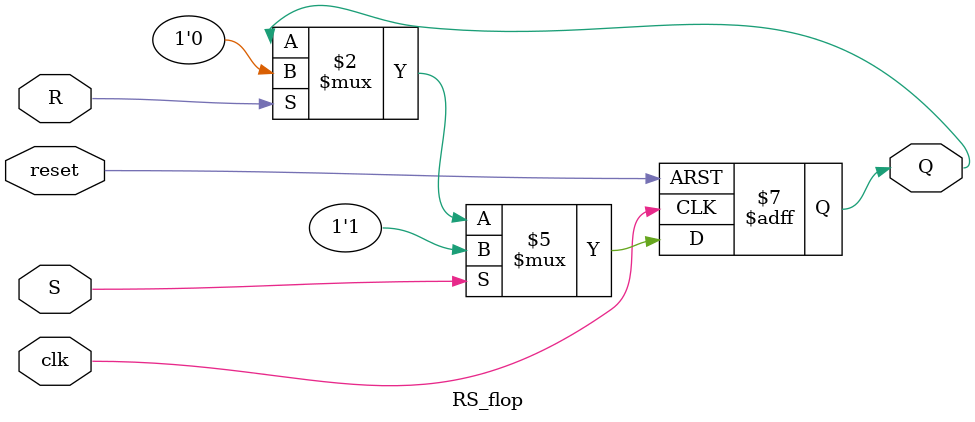
<source format=v>
`timescale 1ns / 1ps
/*=================================================================================
 * Authors:	  Benjamin Santos
 * Email: 	  benjaminsantos@gmx.com
 * Project:   CECS 460 Lab 2 - Transmit Engine
 * File Name: RS_flop.v
 * Date: 	  February 8, 2018
 *
 * Notes:     If S = 1, Q = 1, and if R = 1, Q = 0. 
 *
 * For Tramelblaze:
 *            If the Positive Edge Detect signal from the TX engine(S) is active,
 *            the tramelblaze will recieve the interrupt signal while if the 
 *            Interrupt Acknowledged flag(R) is active, the tramelblaze will not
 *            receive the interrupt signal.
 * For Transmit:
 *            If the LOADD1(S) signal is active, the signal DOIT for the Bit Time
 *            Counter and the Bit Counter while if the DONE(R) signal is active, 
 *            DOIT will be inactive.
=================================================================================*/
module RS_flop(clk, reset, S, R, Q);
   input        clk, reset, S, R;
   output reg   Q;
  
   always @(posedge clk, posedge reset)
      if(reset)
         Q <= 1'b0;
      else 
       begin
         if(S)
            Q <= 1'b1;
         else if(R)
            Q <= 1'b0;
       end

endmodule

</source>
